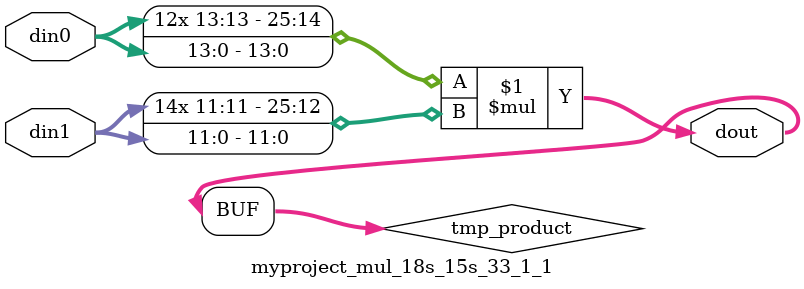
<source format=v>

`timescale 1 ns / 1 ps

  module myproject_mul_18s_15s_33_1_1(din0, din1, dout);
parameter ID = 1;
parameter NUM_STAGE = 0;
parameter din0_WIDTH = 14;
parameter din1_WIDTH = 12;
parameter dout_WIDTH = 26;

input [din0_WIDTH - 1 : 0] din0; 
input [din1_WIDTH - 1 : 0] din1; 
output [dout_WIDTH - 1 : 0] dout;

wire signed [dout_WIDTH - 1 : 0] tmp_product;













assign tmp_product = $signed(din0) * $signed(din1);








assign dout = tmp_product;







endmodule

</source>
